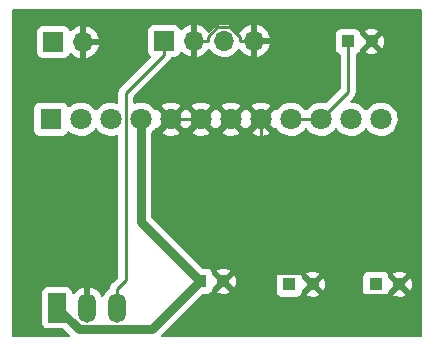
<source format=gbr>
%TF.GenerationSoftware,KiCad,Pcbnew,(6.0.5)*%
%TF.CreationDate,2023-06-19T01:03:16+02:00*%
%TF.ProjectId,PCB_Alimentacion,5043425f-416c-4696-9d65-6e746163696f,rev?*%
%TF.SameCoordinates,Original*%
%TF.FileFunction,Copper,L2,Bot*%
%TF.FilePolarity,Positive*%
%FSLAX46Y46*%
G04 Gerber Fmt 4.6, Leading zero omitted, Abs format (unit mm)*
G04 Created by KiCad (PCBNEW (6.0.5)) date 2023-06-19 01:03:16*
%MOMM*%
%LPD*%
G01*
G04 APERTURE LIST*
%TA.AperFunction,ComponentPad*%
%ADD10R,1.500000X2.500000*%
%TD*%
%TA.AperFunction,ComponentPad*%
%ADD11O,1.500000X2.500000*%
%TD*%
%TA.AperFunction,ComponentPad*%
%ADD12C,1.100000*%
%TD*%
%TA.AperFunction,ComponentPad*%
%ADD13R,1.100000X1.100000*%
%TD*%
%TA.AperFunction,ComponentPad*%
%ADD14R,1.800000X1.800000*%
%TD*%
%TA.AperFunction,ComponentPad*%
%ADD15C,1.800000*%
%TD*%
%TA.AperFunction,ComponentPad*%
%ADD16R,1.700000X1.700000*%
%TD*%
%TA.AperFunction,ComponentPad*%
%ADD17O,1.700000X1.700000*%
%TD*%
%TA.AperFunction,Conductor*%
%ADD18C,0.750000*%
%TD*%
%TA.AperFunction,Conductor*%
%ADD19C,0.250000*%
%TD*%
G04 APERTURE END LIST*
D10*
%TO.P,U1,1,Vin*%
%TO.N,PWR*%
X118967500Y-97382500D03*
D11*
%TO.P,U1,2,GND*%
%TO.N,GND*%
X121507500Y-97382500D03*
%TO.P,U1,3,Vout*%
%TO.N,PWR_Arduino*%
X124047500Y-97382500D03*
%TD*%
D12*
%TO.P,C4,N*%
%TO.N,GND*%
X145587500Y-74850000D03*
D13*
%TO.P,C4,P*%
%TO.N,PWR_Raspberry*%
X143587500Y-74850000D03*
%TD*%
D14*
%TO.P,PS1,1,CTRL*%
%TO.N,unconnected-(PS1-Pad1)*%
X118430000Y-81430000D03*
D15*
%TO.P,PS1,2,VIN*%
%TO.N,PWR*%
X120970000Y-81430000D03*
%TO.P,PS1,3,VIN*%
X123510000Y-81430000D03*
%TO.P,PS1,4,VIN*%
X126050000Y-81430000D03*
%TO.P,PS1,5,GND*%
%TO.N,GND*%
X128590000Y-81430000D03*
%TO.P,PS1,6,GND*%
X131130000Y-81430000D03*
%TO.P,PS1,7,GND*%
X133670000Y-81430000D03*
%TO.P,PS1,8,GND*%
X136210000Y-81430000D03*
%TO.P,PS1,9,+VO1*%
%TO.N,PWR_Raspberry*%
X138750000Y-81430000D03*
%TO.P,PS1,10,+VO1*%
X141290000Y-81430000D03*
%TO.P,PS1,11,+VO2*%
%TO.N,unconnected-(PS1-Pad11)*%
X143830000Y-81430000D03*
%TO.P,PS1,12,TRIM*%
%TO.N,unconnected-(PS1-Pad12)*%
X146370000Y-81430000D03*
%TD*%
D16*
%TO.P,J2,1,Pin_1*%
%TO.N,PWR_Arduino*%
X128000000Y-74800000D03*
D17*
%TO.P,J2,2,Pin_2*%
%TO.N,GND*%
X130540000Y-74800000D03*
%TO.P,J2,3,Pin_3*%
%TO.N,PWR_Raspberry*%
X133080000Y-74800000D03*
%TO.P,J2,4,Pin_4*%
%TO.N,GND*%
X135620000Y-74800000D03*
%TD*%
D12*
%TO.P,C3,N*%
%TO.N,GND*%
X147937500Y-95400000D03*
D13*
%TO.P,C3,P*%
%TO.N,PWR_Arduino*%
X145937500Y-95400000D03*
%TD*%
D12*
%TO.P,C2,N*%
%TO.N,GND*%
X140600000Y-95400000D03*
D13*
%TO.P,C2,P*%
%TO.N,PWR*%
X138600000Y-95400000D03*
%TD*%
D16*
%TO.P,J1,1,Pin_1*%
%TO.N,PWR*%
X118625000Y-74900000D03*
D17*
%TO.P,J1,2,Pin_2*%
%TO.N,GND*%
X121165000Y-74900000D03*
%TD*%
D12*
%TO.P,C1,N*%
%TO.N,GND*%
X133037500Y-95150000D03*
D13*
%TO.P,C1,P*%
%TO.N,PWR*%
X131037500Y-95150000D03*
%TD*%
D18*
%TO.N,PWR*%
X126050000Y-81430000D02*
X126050000Y-90162500D01*
X126980480Y-99207020D02*
X131037500Y-95150000D01*
X118967500Y-97382500D02*
X120792020Y-99207020D01*
X120792020Y-99207020D02*
X126980480Y-99207020D01*
X126050000Y-90162500D02*
X131037500Y-95150000D01*
D19*
%TO.N,GND*%
X130540000Y-74800000D02*
X131715300Y-74800000D01*
X133693100Y-94494400D02*
X136210000Y-94494400D01*
X136210000Y-94494400D02*
X139694400Y-94494400D01*
X134444700Y-74800000D02*
X134444700Y-74432700D01*
X132523200Y-73624700D02*
X131715300Y-74432600D01*
X135620000Y-74800000D02*
X134444700Y-74800000D01*
X128590000Y-81430000D02*
X131130000Y-81430000D01*
X147062100Y-96275400D02*
X141475400Y-96275400D01*
X133037500Y-95150000D02*
X133693100Y-94494400D01*
X131715300Y-74432600D02*
X131715300Y-74800000D01*
X147937500Y-95400000D02*
X147062100Y-96275400D01*
X139694400Y-94494400D02*
X140600000Y-95400000D01*
X133636700Y-73624700D02*
X132523200Y-73624700D01*
X134444700Y-74432700D02*
X133636700Y-73624700D01*
X141475400Y-96275400D02*
X140600000Y-95400000D01*
X136210000Y-94494400D02*
X136210000Y-81430000D01*
%TO.N,PWR_Arduino*%
X124047500Y-95807200D02*
X124780000Y-95074700D01*
X124780000Y-95074700D02*
X124780000Y-79195300D01*
X124780000Y-79195300D02*
X128000000Y-75975300D01*
X128000000Y-74800000D02*
X128000000Y-75975300D01*
X124047500Y-97382500D02*
X124047500Y-95807200D01*
%TO.N,PWR_Raspberry*%
X143587500Y-79132500D02*
X141290000Y-81430000D01*
X143587500Y-74850000D02*
X143587500Y-79132500D01*
X141290000Y-81430000D02*
X138750000Y-81430000D01*
%TD*%
%TA.AperFunction,Conductor*%
%TO.N,GND*%
G36*
X149721014Y-72124013D02*
G01*
X149735849Y-72126323D01*
X149735852Y-72126323D01*
X149744722Y-72127704D01*
X149750497Y-72126949D01*
X149816851Y-72147316D01*
X149862684Y-72201536D01*
X149871148Y-72242877D01*
X149872296Y-72242727D01*
X149876424Y-72274301D01*
X149877487Y-72290635D01*
X149877487Y-99715633D01*
X149875987Y-99735018D01*
X149872296Y-99758724D01*
X149873052Y-99764508D01*
X149852680Y-99830867D01*
X149798459Y-99876699D01*
X149757123Y-99885161D01*
X149757273Y-99886309D01*
X149725699Y-99890437D01*
X149709365Y-99891500D01*
X127849648Y-99891500D01*
X127781527Y-99871498D01*
X127735034Y-99817842D01*
X127724930Y-99747568D01*
X127754424Y-99682988D01*
X127760553Y-99676405D01*
X131191552Y-96245405D01*
X131253864Y-96211379D01*
X131280647Y-96208500D01*
X131635634Y-96208500D01*
X131697816Y-96201745D01*
X131834205Y-96150615D01*
X131950761Y-96063261D01*
X131956295Y-96055877D01*
X132496453Y-96055877D01*
X132501363Y-96062435D01*
X132606504Y-96121198D01*
X132617742Y-96126107D01*
X132803352Y-96186415D01*
X132815326Y-96189048D01*
X133009124Y-96212157D01*
X133021373Y-96212414D01*
X133215967Y-96197441D01*
X133228047Y-96195310D01*
X133416014Y-96142828D01*
X133427447Y-96138394D01*
X133570226Y-96066271D01*
X133580510Y-96056626D01*
X133578272Y-96049982D01*
X133526424Y-95998134D01*
X137541500Y-95998134D01*
X137548255Y-96060316D01*
X137599385Y-96196705D01*
X137686739Y-96313261D01*
X137803295Y-96400615D01*
X137939684Y-96451745D01*
X138001866Y-96458500D01*
X139198134Y-96458500D01*
X139260316Y-96451745D01*
X139396705Y-96400615D01*
X139513261Y-96313261D01*
X139518795Y-96305877D01*
X140058953Y-96305877D01*
X140063863Y-96312435D01*
X140169004Y-96371198D01*
X140180242Y-96376107D01*
X140365852Y-96436415D01*
X140377826Y-96439048D01*
X140571624Y-96462157D01*
X140583873Y-96462414D01*
X140778467Y-96447441D01*
X140790547Y-96445310D01*
X140978514Y-96392828D01*
X140989947Y-96388394D01*
X141132726Y-96316271D01*
X141143010Y-96306626D01*
X141140772Y-96299982D01*
X140838924Y-95998134D01*
X144879000Y-95998134D01*
X144885755Y-96060316D01*
X144936885Y-96196705D01*
X145024239Y-96313261D01*
X145140795Y-96400615D01*
X145277184Y-96451745D01*
X145339366Y-96458500D01*
X146535634Y-96458500D01*
X146597816Y-96451745D01*
X146734205Y-96400615D01*
X146850761Y-96313261D01*
X146856295Y-96305877D01*
X147396453Y-96305877D01*
X147401363Y-96312435D01*
X147506504Y-96371198D01*
X147517742Y-96376107D01*
X147703352Y-96436415D01*
X147715326Y-96439048D01*
X147909124Y-96462157D01*
X147921373Y-96462414D01*
X148115967Y-96447441D01*
X148128047Y-96445310D01*
X148316014Y-96392828D01*
X148327447Y-96388394D01*
X148470226Y-96316271D01*
X148480510Y-96306626D01*
X148478272Y-96299982D01*
X147950312Y-95772022D01*
X147936368Y-95764408D01*
X147934535Y-95764539D01*
X147927920Y-95768790D01*
X147403213Y-96293497D01*
X147396453Y-96305877D01*
X146856295Y-96305877D01*
X146938115Y-96196705D01*
X146989245Y-96060316D01*
X146990098Y-96052464D01*
X146990099Y-96052460D01*
X146993148Y-96024388D01*
X147020390Y-95958825D01*
X147030147Y-95948849D01*
X147029794Y-95948496D01*
X147565478Y-95412812D01*
X147571856Y-95401132D01*
X148301908Y-95401132D01*
X148302039Y-95402965D01*
X148306290Y-95409580D01*
X148830835Y-95934125D01*
X148843215Y-95940885D01*
X148849949Y-95935844D01*
X148905661Y-95837772D01*
X148910655Y-95826556D01*
X148972253Y-95641384D01*
X148974973Y-95629412D01*
X148999763Y-95433186D01*
X149000254Y-95426161D01*
X149000570Y-95403506D01*
X149000277Y-95396511D01*
X148980973Y-95199639D01*
X148978590Y-95187604D01*
X148922183Y-95000777D01*
X148917509Y-94989436D01*
X148853034Y-94868176D01*
X148843174Y-94858095D01*
X148836047Y-94860663D01*
X148309522Y-95387188D01*
X148301908Y-95401132D01*
X147571856Y-95401132D01*
X147573092Y-95398868D01*
X147572961Y-95397035D01*
X147568710Y-95390420D01*
X147030990Y-94852700D01*
X147034236Y-94849454D01*
X147007901Y-94823116D01*
X146993227Y-94776341D01*
X146990098Y-94747540D01*
X146989245Y-94739684D01*
X146938115Y-94603295D01*
X146856238Y-94494047D01*
X147395266Y-94494047D01*
X147397721Y-94501011D01*
X147924688Y-95027978D01*
X147938632Y-95035592D01*
X147940465Y-95035461D01*
X147947080Y-95031210D01*
X148472229Y-94506061D01*
X148478989Y-94493681D01*
X148474330Y-94487458D01*
X148354895Y-94422881D01*
X148343588Y-94418128D01*
X148157156Y-94360417D01*
X148145144Y-94357951D01*
X147951050Y-94337551D01*
X147938782Y-94337466D01*
X147744430Y-94355153D01*
X147732381Y-94357451D01*
X147545158Y-94412554D01*
X147533790Y-94417147D01*
X147405415Y-94484260D01*
X147395266Y-94494047D01*
X146856238Y-94494047D01*
X146850761Y-94486739D01*
X146734205Y-94399385D01*
X146597816Y-94348255D01*
X146535634Y-94341500D01*
X145339366Y-94341500D01*
X145277184Y-94348255D01*
X145140795Y-94399385D01*
X145024239Y-94486739D01*
X144936885Y-94603295D01*
X144885755Y-94739684D01*
X144879000Y-94801866D01*
X144879000Y-95998134D01*
X140838924Y-95998134D01*
X140612812Y-95772022D01*
X140598868Y-95764408D01*
X140597035Y-95764539D01*
X140590420Y-95768790D01*
X140065713Y-96293497D01*
X140058953Y-96305877D01*
X139518795Y-96305877D01*
X139600615Y-96196705D01*
X139651745Y-96060316D01*
X139652598Y-96052464D01*
X139652599Y-96052460D01*
X139655648Y-96024388D01*
X139682890Y-95958825D01*
X139692647Y-95948849D01*
X139692294Y-95948496D01*
X140227978Y-95412812D01*
X140234356Y-95401132D01*
X140964408Y-95401132D01*
X140964539Y-95402965D01*
X140968790Y-95409580D01*
X141493335Y-95934125D01*
X141505715Y-95940885D01*
X141512449Y-95935844D01*
X141568161Y-95837772D01*
X141573155Y-95826556D01*
X141634753Y-95641384D01*
X141637473Y-95629412D01*
X141662263Y-95433186D01*
X141662754Y-95426161D01*
X141663070Y-95403506D01*
X141662777Y-95396511D01*
X141643473Y-95199639D01*
X141641090Y-95187604D01*
X141584683Y-95000777D01*
X141580009Y-94989436D01*
X141515534Y-94868176D01*
X141505674Y-94858095D01*
X141498547Y-94860663D01*
X140972022Y-95387188D01*
X140964408Y-95401132D01*
X140234356Y-95401132D01*
X140235592Y-95398868D01*
X140235461Y-95397035D01*
X140231210Y-95390420D01*
X139693490Y-94852700D01*
X139696736Y-94849454D01*
X139670401Y-94823116D01*
X139655727Y-94776341D01*
X139652598Y-94747540D01*
X139651745Y-94739684D01*
X139600615Y-94603295D01*
X139518738Y-94494047D01*
X140057766Y-94494047D01*
X140060221Y-94501011D01*
X140587188Y-95027978D01*
X140601132Y-95035592D01*
X140602965Y-95035461D01*
X140609580Y-95031210D01*
X141134729Y-94506061D01*
X141141489Y-94493681D01*
X141136830Y-94487458D01*
X141017395Y-94422881D01*
X141006088Y-94418128D01*
X140819656Y-94360417D01*
X140807644Y-94357951D01*
X140613550Y-94337551D01*
X140601282Y-94337466D01*
X140406930Y-94355153D01*
X140394881Y-94357451D01*
X140207658Y-94412554D01*
X140196290Y-94417147D01*
X140067915Y-94484260D01*
X140057766Y-94494047D01*
X139518738Y-94494047D01*
X139513261Y-94486739D01*
X139396705Y-94399385D01*
X139260316Y-94348255D01*
X139198134Y-94341500D01*
X138001866Y-94341500D01*
X137939684Y-94348255D01*
X137803295Y-94399385D01*
X137686739Y-94486739D01*
X137599385Y-94603295D01*
X137548255Y-94739684D01*
X137541500Y-94801866D01*
X137541500Y-95998134D01*
X133526424Y-95998134D01*
X133050312Y-95522022D01*
X133036368Y-95514408D01*
X133034535Y-95514539D01*
X133027920Y-95518790D01*
X132503213Y-96043497D01*
X132496453Y-96055877D01*
X131956295Y-96055877D01*
X132038115Y-95946705D01*
X132089245Y-95810316D01*
X132090098Y-95802464D01*
X132090099Y-95802460D01*
X132093148Y-95774388D01*
X132120390Y-95708825D01*
X132130147Y-95698849D01*
X132129794Y-95698496D01*
X132665478Y-95162812D01*
X132671856Y-95151132D01*
X133401908Y-95151132D01*
X133402039Y-95152965D01*
X133406290Y-95159580D01*
X133930835Y-95684125D01*
X133943215Y-95690885D01*
X133949949Y-95685844D01*
X134005661Y-95587772D01*
X134010655Y-95576556D01*
X134072253Y-95391384D01*
X134074973Y-95379412D01*
X134099763Y-95183186D01*
X134100254Y-95176161D01*
X134100570Y-95153506D01*
X134100277Y-95146511D01*
X134080973Y-94949639D01*
X134078590Y-94937604D01*
X134022183Y-94750777D01*
X134017509Y-94739436D01*
X133953034Y-94618176D01*
X133943174Y-94608095D01*
X133936047Y-94610663D01*
X133409522Y-95137188D01*
X133401908Y-95151132D01*
X132671856Y-95151132D01*
X132673092Y-95148868D01*
X132672961Y-95147035D01*
X132668710Y-95140420D01*
X132130990Y-94602700D01*
X132134236Y-94599454D01*
X132107901Y-94573116D01*
X132093227Y-94526341D01*
X132090098Y-94497540D01*
X132089245Y-94489684D01*
X132038115Y-94353295D01*
X131956238Y-94244047D01*
X132495266Y-94244047D01*
X132497721Y-94251011D01*
X133024688Y-94777978D01*
X133038632Y-94785592D01*
X133040465Y-94785461D01*
X133047080Y-94781210D01*
X133572229Y-94256061D01*
X133578989Y-94243681D01*
X133574330Y-94237458D01*
X133454895Y-94172881D01*
X133443588Y-94168128D01*
X133257156Y-94110417D01*
X133245144Y-94107951D01*
X133051050Y-94087551D01*
X133038782Y-94087466D01*
X132844430Y-94105153D01*
X132832381Y-94107451D01*
X132645158Y-94162554D01*
X132633790Y-94167147D01*
X132505415Y-94234260D01*
X132495266Y-94244047D01*
X131956238Y-94244047D01*
X131950761Y-94236739D01*
X131834205Y-94149385D01*
X131697816Y-94098255D01*
X131635634Y-94091500D01*
X131280648Y-94091500D01*
X131212527Y-94071498D01*
X131191553Y-94054595D01*
X126970405Y-89833447D01*
X126936379Y-89771135D01*
X126933500Y-89744352D01*
X126933500Y-82591406D01*
X127793423Y-82591406D01*
X127798704Y-82598461D01*
X127975080Y-82701527D01*
X127984363Y-82705974D01*
X128191003Y-82784883D01*
X128200901Y-82787759D01*
X128417653Y-82831857D01*
X128427883Y-82833076D01*
X128648914Y-82841182D01*
X128659223Y-82840714D01*
X128878623Y-82812608D01*
X128888688Y-82810468D01*
X129100557Y-82746905D01*
X129110152Y-82743144D01*
X129308778Y-82645838D01*
X129317636Y-82640559D01*
X129375097Y-82599572D01*
X129381509Y-82591406D01*
X130333423Y-82591406D01*
X130338704Y-82598461D01*
X130515080Y-82701527D01*
X130524363Y-82705974D01*
X130731003Y-82784883D01*
X130740901Y-82787759D01*
X130957653Y-82831857D01*
X130967883Y-82833076D01*
X131188914Y-82841182D01*
X131199223Y-82840714D01*
X131418623Y-82812608D01*
X131428688Y-82810468D01*
X131640557Y-82746905D01*
X131650152Y-82743144D01*
X131848778Y-82645838D01*
X131857636Y-82640559D01*
X131915097Y-82599572D01*
X131921509Y-82591406D01*
X132873423Y-82591406D01*
X132878704Y-82598461D01*
X133055080Y-82701527D01*
X133064363Y-82705974D01*
X133271003Y-82784883D01*
X133280901Y-82787759D01*
X133497653Y-82831857D01*
X133507883Y-82833076D01*
X133728914Y-82841182D01*
X133739223Y-82840714D01*
X133958623Y-82812608D01*
X133968688Y-82810468D01*
X134180557Y-82746905D01*
X134190152Y-82743144D01*
X134388778Y-82645838D01*
X134397636Y-82640559D01*
X134455097Y-82599572D01*
X134461509Y-82591406D01*
X135413423Y-82591406D01*
X135418704Y-82598461D01*
X135595080Y-82701527D01*
X135604363Y-82705974D01*
X135811003Y-82784883D01*
X135820901Y-82787759D01*
X136037653Y-82831857D01*
X136047883Y-82833076D01*
X136268914Y-82841182D01*
X136279223Y-82840714D01*
X136498623Y-82812608D01*
X136508688Y-82810468D01*
X136720557Y-82746905D01*
X136730152Y-82743144D01*
X136928778Y-82645838D01*
X136937636Y-82640559D01*
X136995097Y-82599572D01*
X137003497Y-82588874D01*
X136996510Y-82575721D01*
X136222811Y-81802021D01*
X136208868Y-81794408D01*
X136207034Y-81794539D01*
X136200420Y-81798790D01*
X135420180Y-82579031D01*
X135413423Y-82591406D01*
X134461509Y-82591406D01*
X134463497Y-82588874D01*
X134456510Y-82575721D01*
X133682811Y-81802021D01*
X133668868Y-81794408D01*
X133667034Y-81794539D01*
X133660420Y-81798790D01*
X132880180Y-82579031D01*
X132873423Y-82591406D01*
X131921509Y-82591406D01*
X131923497Y-82588874D01*
X131916510Y-82575721D01*
X131142811Y-81802021D01*
X131128868Y-81794408D01*
X131127034Y-81794539D01*
X131120420Y-81798790D01*
X130340180Y-82579031D01*
X130333423Y-82591406D01*
X129381509Y-82591406D01*
X129383497Y-82588874D01*
X129376510Y-82575721D01*
X128602811Y-81802021D01*
X128588868Y-81794408D01*
X128587034Y-81794539D01*
X128580420Y-81798790D01*
X127800180Y-82579031D01*
X127793423Y-82591406D01*
X126933500Y-82591406D01*
X126933500Y-82590457D01*
X126953502Y-82522336D01*
X126970560Y-82501206D01*
X127024238Y-82447715D01*
X127126303Y-82346005D01*
X127217275Y-82219404D01*
X127273270Y-82175756D01*
X127343973Y-82169310D01*
X127406938Y-82202113D01*
X127412142Y-82208584D01*
X127430553Y-82225242D01*
X127439331Y-82221458D01*
X128217979Y-81442811D01*
X128224356Y-81431132D01*
X128954408Y-81431132D01*
X128954539Y-81432966D01*
X128958790Y-81439580D01*
X129736307Y-82217096D01*
X129748313Y-82223652D01*
X129774948Y-82203304D01*
X129775734Y-82204333D01*
X129812987Y-82175294D01*
X129883690Y-82168848D01*
X129946655Y-82201651D01*
X129952468Y-82208879D01*
X129970553Y-82225242D01*
X129979331Y-82221458D01*
X130757979Y-81442811D01*
X130764356Y-81431132D01*
X131494408Y-81431132D01*
X131494539Y-81432966D01*
X131498790Y-81439580D01*
X132276307Y-82217096D01*
X132288313Y-82223652D01*
X132314948Y-82203304D01*
X132315734Y-82204333D01*
X132352987Y-82175294D01*
X132423690Y-82168848D01*
X132486655Y-82201651D01*
X132492468Y-82208879D01*
X132510553Y-82225242D01*
X132519331Y-82221458D01*
X133297979Y-81442811D01*
X133304356Y-81431132D01*
X134034408Y-81431132D01*
X134034539Y-81432966D01*
X134038790Y-81439580D01*
X134816307Y-82217096D01*
X134828313Y-82223652D01*
X134854948Y-82203304D01*
X134855734Y-82204333D01*
X134892987Y-82175294D01*
X134963690Y-82168848D01*
X135026655Y-82201651D01*
X135032468Y-82208879D01*
X135050553Y-82225242D01*
X135059331Y-82221458D01*
X135837979Y-81442811D01*
X135844356Y-81431132D01*
X136574408Y-81431132D01*
X136574539Y-81432966D01*
X136578790Y-81439580D01*
X137356307Y-82217096D01*
X137368313Y-82223652D01*
X137394948Y-82203304D01*
X137395827Y-82204454D01*
X137432672Y-82175734D01*
X137503376Y-82169289D01*
X137566340Y-82202092D01*
X137586432Y-82227074D01*
X137606800Y-82260313D01*
X137606806Y-82260321D01*
X137609501Y-82264719D01*
X137761147Y-82439784D01*
X137939349Y-82587730D01*
X138139322Y-82704584D01*
X138355694Y-82787209D01*
X138360760Y-82788240D01*
X138360761Y-82788240D01*
X138398520Y-82795922D01*
X138582656Y-82833385D01*
X138712089Y-82838131D01*
X138808949Y-82841683D01*
X138808953Y-82841683D01*
X138814113Y-82841872D01*
X138819233Y-82841216D01*
X138819235Y-82841216D01*
X138893166Y-82831745D01*
X139043847Y-82812442D01*
X139048795Y-82810957D01*
X139048802Y-82810956D01*
X139260747Y-82747369D01*
X139265690Y-82745886D01*
X139347161Y-82705974D01*
X139469049Y-82646262D01*
X139469052Y-82646260D01*
X139473684Y-82643991D01*
X139662243Y-82509494D01*
X139826303Y-82346005D01*
X139829319Y-82341808D01*
X139829326Y-82341800D01*
X139916960Y-82219844D01*
X139972954Y-82176196D01*
X140043658Y-82169750D01*
X140106622Y-82202553D01*
X140126715Y-82227536D01*
X140146800Y-82260313D01*
X140146806Y-82260321D01*
X140149501Y-82264719D01*
X140301147Y-82439784D01*
X140479349Y-82587730D01*
X140679322Y-82704584D01*
X140895694Y-82787209D01*
X140900760Y-82788240D01*
X140900761Y-82788240D01*
X140938520Y-82795922D01*
X141122656Y-82833385D01*
X141252089Y-82838131D01*
X141348949Y-82841683D01*
X141348953Y-82841683D01*
X141354113Y-82841872D01*
X141359233Y-82841216D01*
X141359235Y-82841216D01*
X141433166Y-82831745D01*
X141583847Y-82812442D01*
X141588795Y-82810957D01*
X141588802Y-82810956D01*
X141800747Y-82747369D01*
X141805690Y-82745886D01*
X141887161Y-82705974D01*
X142009049Y-82646262D01*
X142009052Y-82646260D01*
X142013684Y-82643991D01*
X142202243Y-82509494D01*
X142366303Y-82346005D01*
X142369319Y-82341808D01*
X142369326Y-82341800D01*
X142456960Y-82219844D01*
X142512954Y-82176196D01*
X142583658Y-82169750D01*
X142646622Y-82202553D01*
X142666715Y-82227536D01*
X142686800Y-82260313D01*
X142686806Y-82260321D01*
X142689501Y-82264719D01*
X142841147Y-82439784D01*
X143019349Y-82587730D01*
X143219322Y-82704584D01*
X143435694Y-82787209D01*
X143440760Y-82788240D01*
X143440761Y-82788240D01*
X143478520Y-82795922D01*
X143662656Y-82833385D01*
X143792089Y-82838131D01*
X143888949Y-82841683D01*
X143888953Y-82841683D01*
X143894113Y-82841872D01*
X143899233Y-82841216D01*
X143899235Y-82841216D01*
X143973166Y-82831745D01*
X144123847Y-82812442D01*
X144128795Y-82810957D01*
X144128802Y-82810956D01*
X144340747Y-82747369D01*
X144345690Y-82745886D01*
X144427161Y-82705974D01*
X144549049Y-82646262D01*
X144549052Y-82646260D01*
X144553684Y-82643991D01*
X144742243Y-82509494D01*
X144906303Y-82346005D01*
X144909319Y-82341808D01*
X144909326Y-82341800D01*
X144996960Y-82219844D01*
X145052954Y-82176196D01*
X145123658Y-82169750D01*
X145186622Y-82202553D01*
X145206715Y-82227536D01*
X145226800Y-82260313D01*
X145226806Y-82260321D01*
X145229501Y-82264719D01*
X145381147Y-82439784D01*
X145559349Y-82587730D01*
X145759322Y-82704584D01*
X145975694Y-82787209D01*
X145980760Y-82788240D01*
X145980761Y-82788240D01*
X146018520Y-82795922D01*
X146202656Y-82833385D01*
X146332089Y-82838131D01*
X146428949Y-82841683D01*
X146428953Y-82841683D01*
X146434113Y-82841872D01*
X146439233Y-82841216D01*
X146439235Y-82841216D01*
X146513166Y-82831745D01*
X146663847Y-82812442D01*
X146668795Y-82810957D01*
X146668802Y-82810956D01*
X146880747Y-82747369D01*
X146885690Y-82745886D01*
X146967161Y-82705974D01*
X147089049Y-82646262D01*
X147089052Y-82646260D01*
X147093684Y-82643991D01*
X147282243Y-82509494D01*
X147446303Y-82346005D01*
X147581458Y-82157917D01*
X147684078Y-81950280D01*
X147751408Y-81728671D01*
X147781640Y-81499041D01*
X147783327Y-81430000D01*
X147777032Y-81353434D01*
X147764773Y-81204318D01*
X147764772Y-81204312D01*
X147764349Y-81199167D01*
X147730797Y-81065592D01*
X147709184Y-80979544D01*
X147709183Y-80979540D01*
X147707925Y-80974533D01*
X147693771Y-80941981D01*
X147617630Y-80766868D01*
X147617628Y-80766865D01*
X147615570Y-80762131D01*
X147489764Y-80567665D01*
X147333887Y-80396358D01*
X147329836Y-80393159D01*
X147329832Y-80393155D01*
X147156177Y-80256011D01*
X147156172Y-80256008D01*
X147152123Y-80252810D01*
X147147607Y-80250317D01*
X147147604Y-80250315D01*
X146953879Y-80143373D01*
X146953875Y-80143371D01*
X146949355Y-80140876D01*
X146944486Y-80139152D01*
X146944482Y-80139150D01*
X146735903Y-80065288D01*
X146735899Y-80065287D01*
X146731028Y-80063562D01*
X146725935Y-80062655D01*
X146725932Y-80062654D01*
X146508095Y-80023851D01*
X146508089Y-80023850D01*
X146503006Y-80022945D01*
X146430096Y-80022054D01*
X146276581Y-80020179D01*
X146276579Y-80020179D01*
X146271411Y-80020116D01*
X146042464Y-80055150D01*
X145822314Y-80127106D01*
X145817726Y-80129494D01*
X145817722Y-80129496D01*
X145621461Y-80231663D01*
X145616872Y-80234052D01*
X145612739Y-80237155D01*
X145612736Y-80237157D01*
X145540088Y-80291703D01*
X145431655Y-80373117D01*
X145271639Y-80540564D01*
X145204306Y-80639271D01*
X145149397Y-80684271D01*
X145078872Y-80692442D01*
X145015125Y-80661188D01*
X144994428Y-80636705D01*
X144952571Y-80572004D01*
X144949764Y-80567665D01*
X144793887Y-80396358D01*
X144789836Y-80393159D01*
X144789832Y-80393155D01*
X144616177Y-80256011D01*
X144616172Y-80256008D01*
X144612123Y-80252810D01*
X144607607Y-80250317D01*
X144607604Y-80250315D01*
X144413879Y-80143373D01*
X144413875Y-80143371D01*
X144409355Y-80140876D01*
X144404486Y-80139152D01*
X144404482Y-80139150D01*
X144195903Y-80065288D01*
X144195899Y-80065287D01*
X144191028Y-80063562D01*
X144185935Y-80062655D01*
X144185932Y-80062654D01*
X143968095Y-80023851D01*
X143968089Y-80023850D01*
X143963006Y-80022945D01*
X143896414Y-80022132D01*
X143828543Y-80001299D01*
X143782709Y-79947080D01*
X143773464Y-79876688D01*
X143803743Y-79812472D01*
X143808858Y-79807046D01*
X143979747Y-79636157D01*
X143988037Y-79628613D01*
X143994518Y-79624500D01*
X144041159Y-79574832D01*
X144043913Y-79571991D01*
X144063635Y-79552269D01*
X144066112Y-79549076D01*
X144073817Y-79540055D01*
X144098659Y-79513600D01*
X144104086Y-79507821D01*
X144107907Y-79500871D01*
X144113846Y-79490068D01*
X144124702Y-79473541D01*
X144132257Y-79463802D01*
X144132258Y-79463800D01*
X144137114Y-79457540D01*
X144154674Y-79416960D01*
X144159891Y-79406312D01*
X144177375Y-79374509D01*
X144177376Y-79374507D01*
X144181195Y-79367560D01*
X144186233Y-79347937D01*
X144192637Y-79329234D01*
X144197533Y-79317920D01*
X144197533Y-79317919D01*
X144200681Y-79310645D01*
X144201920Y-79302822D01*
X144201923Y-79302812D01*
X144207599Y-79266976D01*
X144210005Y-79255356D01*
X144219028Y-79220211D01*
X144219028Y-79220210D01*
X144221000Y-79212530D01*
X144221000Y-79192276D01*
X144222551Y-79172565D01*
X144224480Y-79160386D01*
X144225720Y-79152557D01*
X144221559Y-79108538D01*
X144221000Y-79096681D01*
X144221000Y-75999126D01*
X144241002Y-75931005D01*
X144294658Y-75884512D01*
X144302770Y-75881144D01*
X144375797Y-75853767D01*
X144384205Y-75850615D01*
X144500761Y-75763261D01*
X144506295Y-75755877D01*
X145046453Y-75755877D01*
X145051363Y-75762435D01*
X145156504Y-75821198D01*
X145167742Y-75826107D01*
X145353352Y-75886415D01*
X145365326Y-75889048D01*
X145559124Y-75912157D01*
X145571373Y-75912414D01*
X145765967Y-75897441D01*
X145778047Y-75895310D01*
X145966014Y-75842828D01*
X145977447Y-75838394D01*
X146120226Y-75766271D01*
X146130510Y-75756626D01*
X146128272Y-75749982D01*
X145600312Y-75222022D01*
X145586368Y-75214408D01*
X145584535Y-75214539D01*
X145577920Y-75218790D01*
X145053213Y-75743497D01*
X145046453Y-75755877D01*
X144506295Y-75755877D01*
X144588115Y-75646705D01*
X144639245Y-75510316D01*
X144640098Y-75502464D01*
X144640099Y-75502460D01*
X144643148Y-75474388D01*
X144670390Y-75408825D01*
X144680147Y-75398849D01*
X144679794Y-75398496D01*
X145215478Y-74862812D01*
X145221856Y-74851132D01*
X145951908Y-74851132D01*
X145952039Y-74852965D01*
X145956290Y-74859580D01*
X146480835Y-75384125D01*
X146493215Y-75390885D01*
X146499949Y-75385844D01*
X146555661Y-75287772D01*
X146560655Y-75276556D01*
X146622253Y-75091384D01*
X146624973Y-75079412D01*
X146649763Y-74883186D01*
X146650254Y-74876161D01*
X146650570Y-74853506D01*
X146650277Y-74846511D01*
X146630973Y-74649639D01*
X146628590Y-74637604D01*
X146572183Y-74450777D01*
X146567509Y-74439436D01*
X146503034Y-74318176D01*
X146493174Y-74308095D01*
X146486047Y-74310663D01*
X145959522Y-74837188D01*
X145951908Y-74851132D01*
X145221856Y-74851132D01*
X145223092Y-74848868D01*
X145222961Y-74847035D01*
X145218710Y-74840420D01*
X144680990Y-74302700D01*
X144684236Y-74299454D01*
X144657901Y-74273116D01*
X144643227Y-74226341D01*
X144640098Y-74197540D01*
X144639245Y-74189684D01*
X144588115Y-74053295D01*
X144506238Y-73944047D01*
X145045266Y-73944047D01*
X145047721Y-73951011D01*
X145574688Y-74477978D01*
X145588632Y-74485592D01*
X145590465Y-74485461D01*
X145597080Y-74481210D01*
X146122229Y-73956061D01*
X146128989Y-73943681D01*
X146124330Y-73937458D01*
X146004895Y-73872881D01*
X145993588Y-73868128D01*
X145807156Y-73810417D01*
X145795144Y-73807951D01*
X145601050Y-73787551D01*
X145588782Y-73787466D01*
X145394430Y-73805153D01*
X145382381Y-73807451D01*
X145195158Y-73862554D01*
X145183790Y-73867147D01*
X145055415Y-73934260D01*
X145045266Y-73944047D01*
X144506238Y-73944047D01*
X144500761Y-73936739D01*
X144384205Y-73849385D01*
X144247816Y-73798255D01*
X144185634Y-73791500D01*
X142989366Y-73791500D01*
X142927184Y-73798255D01*
X142790795Y-73849385D01*
X142674239Y-73936739D01*
X142586885Y-74053295D01*
X142535755Y-74189684D01*
X142529000Y-74251866D01*
X142529000Y-75448134D01*
X142535755Y-75510316D01*
X142586885Y-75646705D01*
X142674239Y-75763261D01*
X142790795Y-75850615D01*
X142799203Y-75853767D01*
X142872230Y-75881144D01*
X142928994Y-75923786D01*
X142953694Y-75990348D01*
X142954000Y-75999126D01*
X142954000Y-78817906D01*
X142933998Y-78886027D01*
X142917095Y-78907001D01*
X141788112Y-80035983D01*
X141725800Y-80070009D01*
X141661087Y-80065924D01*
X141660906Y-80066610D01*
X141657437Y-80065694D01*
X141656967Y-80065664D01*
X141655914Y-80065291D01*
X141655900Y-80065287D01*
X141651028Y-80063562D01*
X141645935Y-80062655D01*
X141645932Y-80062654D01*
X141428095Y-80023851D01*
X141428089Y-80023850D01*
X141423006Y-80022945D01*
X141350096Y-80022054D01*
X141196581Y-80020179D01*
X141196579Y-80020179D01*
X141191411Y-80020116D01*
X140962464Y-80055150D01*
X140742314Y-80127106D01*
X140737726Y-80129494D01*
X140737722Y-80129496D01*
X140541461Y-80231663D01*
X140536872Y-80234052D01*
X140532739Y-80237155D01*
X140532736Y-80237157D01*
X140460088Y-80291703D01*
X140351655Y-80373117D01*
X140191639Y-80540564D01*
X140124306Y-80639271D01*
X140069397Y-80684271D01*
X139998872Y-80692442D01*
X139935125Y-80661188D01*
X139914428Y-80636705D01*
X139872571Y-80572004D01*
X139869764Y-80567665D01*
X139713887Y-80396358D01*
X139709836Y-80393159D01*
X139709832Y-80393155D01*
X139536177Y-80256011D01*
X139536172Y-80256008D01*
X139532123Y-80252810D01*
X139527607Y-80250317D01*
X139527604Y-80250315D01*
X139333879Y-80143373D01*
X139333875Y-80143371D01*
X139329355Y-80140876D01*
X139324486Y-80139152D01*
X139324482Y-80139150D01*
X139115903Y-80065288D01*
X139115899Y-80065287D01*
X139111028Y-80063562D01*
X139105935Y-80062655D01*
X139105932Y-80062654D01*
X138888095Y-80023851D01*
X138888089Y-80023850D01*
X138883006Y-80022945D01*
X138810096Y-80022054D01*
X138656581Y-80020179D01*
X138656579Y-80020179D01*
X138651411Y-80020116D01*
X138422464Y-80055150D01*
X138202314Y-80127106D01*
X138197726Y-80129494D01*
X138197722Y-80129496D01*
X138001461Y-80231663D01*
X137996872Y-80234052D01*
X137992739Y-80237155D01*
X137992736Y-80237157D01*
X137920088Y-80291703D01*
X137811655Y-80373117D01*
X137651639Y-80540564D01*
X137648730Y-80544829D01*
X137648728Y-80544832D01*
X137584002Y-80639716D01*
X137529090Y-80684718D01*
X137458565Y-80692889D01*
X137394819Y-80661634D01*
X137384979Y-80649994D01*
X137368538Y-80635835D01*
X137358973Y-80640238D01*
X136582021Y-81417189D01*
X136574408Y-81431132D01*
X135844356Y-81431132D01*
X135845592Y-81428868D01*
X135845461Y-81427034D01*
X135841210Y-81420420D01*
X135063862Y-80643073D01*
X135052330Y-80636776D01*
X135024674Y-80658444D01*
X135023628Y-80657109D01*
X134989380Y-80685175D01*
X134918855Y-80693344D01*
X134855109Y-80662087D01*
X134844642Y-80649704D01*
X134828538Y-80635835D01*
X134818973Y-80640238D01*
X134042021Y-81417189D01*
X134034408Y-81431132D01*
X133304356Y-81431132D01*
X133305592Y-81428868D01*
X133305461Y-81427034D01*
X133301210Y-81420420D01*
X132523862Y-80643073D01*
X132512330Y-80636776D01*
X132484674Y-80658444D01*
X132483628Y-80657109D01*
X132449380Y-80685175D01*
X132378855Y-80693344D01*
X132315109Y-80662087D01*
X132304642Y-80649704D01*
X132288538Y-80635835D01*
X132278973Y-80640238D01*
X131502021Y-81417189D01*
X131494408Y-81431132D01*
X130764356Y-81431132D01*
X130765592Y-81428868D01*
X130765461Y-81427034D01*
X130761210Y-81420420D01*
X129983862Y-80643073D01*
X129972330Y-80636776D01*
X129944674Y-80658444D01*
X129943628Y-80657109D01*
X129909380Y-80685175D01*
X129838855Y-80693344D01*
X129775109Y-80662087D01*
X129764642Y-80649704D01*
X129748538Y-80635835D01*
X129738973Y-80640238D01*
X128962021Y-81417189D01*
X128954408Y-81431132D01*
X128224356Y-81431132D01*
X128225592Y-81428868D01*
X128225461Y-81427034D01*
X128221210Y-81420420D01*
X127443862Y-80643073D01*
X127432330Y-80636776D01*
X127404674Y-80658444D01*
X127403534Y-80656989D01*
X127369695Y-80684724D01*
X127299171Y-80692898D01*
X127235422Y-80661646D01*
X127214722Y-80637159D01*
X127172575Y-80572009D01*
X127172570Y-80572003D01*
X127169764Y-80567665D01*
X127013887Y-80396358D01*
X127009836Y-80393159D01*
X127009832Y-80393155D01*
X126854790Y-80270711D01*
X127795508Y-80270711D01*
X127802251Y-80283040D01*
X128577189Y-81057979D01*
X128591132Y-81065592D01*
X128592966Y-81065461D01*
X128599580Y-81061210D01*
X129378994Y-80281795D01*
X129385046Y-80270711D01*
X130335508Y-80270711D01*
X130342251Y-80283040D01*
X131117189Y-81057979D01*
X131131132Y-81065592D01*
X131132966Y-81065461D01*
X131139580Y-81061210D01*
X131918994Y-80281795D01*
X131925046Y-80270711D01*
X132875508Y-80270711D01*
X132882251Y-80283040D01*
X133657189Y-81057979D01*
X133671132Y-81065592D01*
X133672966Y-81065461D01*
X133679580Y-81061210D01*
X134458994Y-80281795D01*
X134465046Y-80270711D01*
X135415508Y-80270711D01*
X135422251Y-80283040D01*
X136197189Y-81057979D01*
X136211132Y-81065592D01*
X136212966Y-81065461D01*
X136219580Y-81061210D01*
X136998994Y-80281795D01*
X137006011Y-80268944D01*
X136998237Y-80258274D01*
X136995902Y-80256430D01*
X136987320Y-80250729D01*
X136793678Y-80143833D01*
X136784272Y-80139606D01*
X136575772Y-80065772D01*
X136565809Y-80063140D01*
X136348047Y-80024350D01*
X136337796Y-80023381D01*
X136116616Y-80020679D01*
X136106332Y-80021399D01*
X135887693Y-80054855D01*
X135877666Y-80057244D01*
X135667426Y-80125961D01*
X135657916Y-80129958D01*
X135461725Y-80232089D01*
X135453007Y-80237578D01*
X135423961Y-80259386D01*
X135415508Y-80270711D01*
X134465046Y-80270711D01*
X134466011Y-80268944D01*
X134458237Y-80258274D01*
X134455902Y-80256430D01*
X134447320Y-80250729D01*
X134253678Y-80143833D01*
X134244272Y-80139606D01*
X134035772Y-80065772D01*
X134025809Y-80063140D01*
X133808047Y-80024350D01*
X133797796Y-80023381D01*
X133576616Y-80020679D01*
X133566332Y-80021399D01*
X133347693Y-80054855D01*
X133337666Y-80057244D01*
X133127426Y-80125961D01*
X133117916Y-80129958D01*
X132921725Y-80232089D01*
X132913007Y-80237578D01*
X132883961Y-80259386D01*
X132875508Y-80270711D01*
X131925046Y-80270711D01*
X131926011Y-80268944D01*
X131918237Y-80258274D01*
X131915902Y-80256430D01*
X131907320Y-80250729D01*
X131713678Y-80143833D01*
X131704272Y-80139606D01*
X131495772Y-80065772D01*
X131485809Y-80063140D01*
X131268047Y-80024350D01*
X131257796Y-80023381D01*
X131036616Y-80020679D01*
X131026332Y-80021399D01*
X130807693Y-80054855D01*
X130797666Y-80057244D01*
X130587426Y-80125961D01*
X130577916Y-80129958D01*
X130381725Y-80232089D01*
X130373007Y-80237578D01*
X130343961Y-80259386D01*
X130335508Y-80270711D01*
X129385046Y-80270711D01*
X129386011Y-80268944D01*
X129378237Y-80258274D01*
X129375902Y-80256430D01*
X129367320Y-80250729D01*
X129173678Y-80143833D01*
X129164272Y-80139606D01*
X128955772Y-80065772D01*
X128945809Y-80063140D01*
X128728047Y-80024350D01*
X128717796Y-80023381D01*
X128496616Y-80020679D01*
X128486332Y-80021399D01*
X128267693Y-80054855D01*
X128257666Y-80057244D01*
X128047426Y-80125961D01*
X128037916Y-80129958D01*
X127841725Y-80232089D01*
X127833007Y-80237578D01*
X127803961Y-80259386D01*
X127795508Y-80270711D01*
X126854790Y-80270711D01*
X126836177Y-80256011D01*
X126836172Y-80256008D01*
X126832123Y-80252810D01*
X126827607Y-80250317D01*
X126827604Y-80250315D01*
X126633879Y-80143373D01*
X126633875Y-80143371D01*
X126629355Y-80140876D01*
X126624486Y-80139152D01*
X126624482Y-80139150D01*
X126415903Y-80065288D01*
X126415899Y-80065287D01*
X126411028Y-80063562D01*
X126405935Y-80062655D01*
X126405932Y-80062654D01*
X126188095Y-80023851D01*
X126188089Y-80023850D01*
X126183006Y-80022945D01*
X126110096Y-80022054D01*
X125956581Y-80020179D01*
X125956579Y-80020179D01*
X125951411Y-80020116D01*
X125722464Y-80055150D01*
X125619520Y-80088797D01*
X125578645Y-80102157D01*
X125507681Y-80104308D01*
X125446819Y-80067752D01*
X125415383Y-80004094D01*
X125413500Y-79982392D01*
X125413500Y-79509894D01*
X125433502Y-79441773D01*
X125450405Y-79420799D01*
X128392247Y-76478957D01*
X128400537Y-76471413D01*
X128407018Y-76467300D01*
X128453659Y-76417632D01*
X128456413Y-76414791D01*
X128476135Y-76395069D01*
X128478612Y-76391876D01*
X128486317Y-76382855D01*
X128511159Y-76356400D01*
X128516586Y-76350621D01*
X128520407Y-76343671D01*
X128526346Y-76332868D01*
X128537202Y-76316341D01*
X128544757Y-76306602D01*
X128544758Y-76306600D01*
X128549614Y-76300340D01*
X128567174Y-76259760D01*
X128572391Y-76249111D01*
X128582133Y-76231392D01*
X128586308Y-76223797D01*
X128636654Y-76173740D01*
X128696722Y-76158500D01*
X128898134Y-76158500D01*
X128960316Y-76151745D01*
X129096705Y-76100615D01*
X129213261Y-76013261D01*
X129300615Y-75896705D01*
X129328589Y-75822084D01*
X129344798Y-75778848D01*
X129387440Y-75722084D01*
X129454001Y-75697384D01*
X129523350Y-75712592D01*
X129558017Y-75740580D01*
X129583218Y-75769673D01*
X129590580Y-75776883D01*
X129754434Y-75912916D01*
X129762881Y-75918831D01*
X129946756Y-76026279D01*
X129956042Y-76030729D01*
X130155001Y-76106703D01*
X130164899Y-76109579D01*
X130268250Y-76130606D01*
X130282299Y-76129410D01*
X130286000Y-76119065D01*
X130286000Y-76118517D01*
X130794000Y-76118517D01*
X130798064Y-76132359D01*
X130811478Y-76134393D01*
X130818184Y-76133534D01*
X130828262Y-76131392D01*
X131032255Y-76070191D01*
X131041842Y-76066433D01*
X131233095Y-75972739D01*
X131241945Y-75967464D01*
X131415328Y-75843792D01*
X131423200Y-75837139D01*
X131574052Y-75686812D01*
X131580730Y-75678965D01*
X131708022Y-75501819D01*
X131709279Y-75502722D01*
X131756373Y-75459362D01*
X131826311Y-75447145D01*
X131891751Y-75474678D01*
X131919579Y-75506511D01*
X131979987Y-75605088D01*
X132126250Y-75773938D01*
X132298126Y-75916632D01*
X132491000Y-76029338D01*
X132699692Y-76109030D01*
X132704760Y-76110061D01*
X132704763Y-76110062D01*
X132759494Y-76121197D01*
X132918597Y-76153567D01*
X132923772Y-76153757D01*
X132923774Y-76153757D01*
X133136673Y-76161564D01*
X133136677Y-76161564D01*
X133141837Y-76161753D01*
X133146957Y-76161097D01*
X133146959Y-76161097D01*
X133358288Y-76134025D01*
X133358289Y-76134025D01*
X133363416Y-76133368D01*
X133368366Y-76131883D01*
X133572429Y-76070661D01*
X133572434Y-76070659D01*
X133577384Y-76069174D01*
X133777994Y-75970896D01*
X133959860Y-75841173D01*
X134118096Y-75683489D01*
X134248453Y-75502077D01*
X134249640Y-75502930D01*
X134296960Y-75459362D01*
X134366897Y-75447145D01*
X134432338Y-75474678D01*
X134460166Y-75506511D01*
X134517694Y-75600388D01*
X134523777Y-75608699D01*
X134663213Y-75769667D01*
X134670580Y-75776883D01*
X134834434Y-75912916D01*
X134842881Y-75918831D01*
X135026756Y-76026279D01*
X135036042Y-76030729D01*
X135235001Y-76106703D01*
X135244899Y-76109579D01*
X135348250Y-76130606D01*
X135362299Y-76129410D01*
X135366000Y-76119065D01*
X135366000Y-76118517D01*
X135874000Y-76118517D01*
X135878064Y-76132359D01*
X135891478Y-76134393D01*
X135898184Y-76133534D01*
X135908262Y-76131392D01*
X136112255Y-76070191D01*
X136121842Y-76066433D01*
X136313095Y-75972739D01*
X136321945Y-75967464D01*
X136495328Y-75843792D01*
X136503200Y-75837139D01*
X136654052Y-75686812D01*
X136660730Y-75678965D01*
X136785003Y-75506020D01*
X136790313Y-75497183D01*
X136884670Y-75306267D01*
X136888469Y-75296672D01*
X136950377Y-75092910D01*
X136952555Y-75082837D01*
X136953986Y-75071962D01*
X136951775Y-75057778D01*
X136938617Y-75054000D01*
X135892115Y-75054000D01*
X135876876Y-75058475D01*
X135875671Y-75059865D01*
X135874000Y-75067548D01*
X135874000Y-76118517D01*
X135366000Y-76118517D01*
X135366000Y-74527885D01*
X135874000Y-74527885D01*
X135878475Y-74543124D01*
X135879865Y-74544329D01*
X135887548Y-74546000D01*
X136938344Y-74546000D01*
X136951875Y-74542027D01*
X136953180Y-74532947D01*
X136911214Y-74365875D01*
X136907894Y-74356124D01*
X136822972Y-74160814D01*
X136818105Y-74151739D01*
X136702426Y-73972926D01*
X136696136Y-73964757D01*
X136552806Y-73807240D01*
X136545273Y-73800215D01*
X136378139Y-73668222D01*
X136369552Y-73662517D01*
X136183117Y-73559599D01*
X136173705Y-73555369D01*
X135972959Y-73484280D01*
X135962988Y-73481646D01*
X135891837Y-73468972D01*
X135878540Y-73470432D01*
X135874000Y-73484989D01*
X135874000Y-74527885D01*
X135366000Y-74527885D01*
X135366000Y-73483102D01*
X135362082Y-73469758D01*
X135347806Y-73467771D01*
X135309324Y-73473660D01*
X135299288Y-73476051D01*
X135096868Y-73542212D01*
X135087359Y-73546209D01*
X134898463Y-73644542D01*
X134889738Y-73650036D01*
X134719433Y-73777905D01*
X134711726Y-73784748D01*
X134564590Y-73938717D01*
X134558109Y-73946722D01*
X134453498Y-74100074D01*
X134398587Y-74145076D01*
X134328062Y-74153247D01*
X134264315Y-74121993D01*
X134243618Y-74097509D01*
X134162822Y-73972617D01*
X134162820Y-73972614D01*
X134160014Y-73968277D01*
X134009670Y-73803051D01*
X134005619Y-73799852D01*
X134005615Y-73799848D01*
X133838414Y-73667800D01*
X133838410Y-73667798D01*
X133834359Y-73664598D01*
X133825304Y-73659599D01*
X133716225Y-73599385D01*
X133638789Y-73556638D01*
X133633920Y-73554914D01*
X133633916Y-73554912D01*
X133433087Y-73483795D01*
X133433083Y-73483794D01*
X133428212Y-73482069D01*
X133423119Y-73481162D01*
X133423116Y-73481161D01*
X133213373Y-73443800D01*
X133213367Y-73443799D01*
X133208284Y-73442894D01*
X133134452Y-73441992D01*
X132990081Y-73440228D01*
X132990079Y-73440228D01*
X132984911Y-73440165D01*
X132764091Y-73473955D01*
X132551756Y-73543357D01*
X132493545Y-73573660D01*
X132361858Y-73642212D01*
X132353607Y-73646507D01*
X132349474Y-73649610D01*
X132349471Y-73649612D01*
X132179100Y-73777530D01*
X132174965Y-73780635D01*
X132171393Y-73784373D01*
X132030931Y-73931358D01*
X132020629Y-73942138D01*
X132017715Y-73946410D01*
X132017714Y-73946411D01*
X131979885Y-74001866D01*
X131931412Y-74072926D01*
X131912898Y-74100066D01*
X131857987Y-74145069D01*
X131787462Y-74153240D01*
X131723715Y-74121986D01*
X131703018Y-74097502D01*
X131622426Y-73972926D01*
X131616136Y-73964757D01*
X131472806Y-73807240D01*
X131465273Y-73800215D01*
X131298139Y-73668222D01*
X131289552Y-73662517D01*
X131103117Y-73559599D01*
X131093705Y-73555369D01*
X130892959Y-73484280D01*
X130882988Y-73481646D01*
X130811837Y-73468972D01*
X130798540Y-73470432D01*
X130794000Y-73484989D01*
X130794000Y-76118517D01*
X130286000Y-76118517D01*
X130286000Y-73483102D01*
X130282082Y-73469758D01*
X130267806Y-73467771D01*
X130229324Y-73473660D01*
X130219288Y-73476051D01*
X130016868Y-73542212D01*
X130007359Y-73546209D01*
X129818463Y-73644542D01*
X129809738Y-73650036D01*
X129639433Y-73777905D01*
X129631726Y-73784748D01*
X129554478Y-73865584D01*
X129492954Y-73901014D01*
X129422042Y-73897557D01*
X129364255Y-73856311D01*
X129345402Y-73822763D01*
X129303767Y-73711703D01*
X129300615Y-73703295D01*
X129213261Y-73586739D01*
X129096705Y-73499385D01*
X128960316Y-73448255D01*
X128898134Y-73441500D01*
X127101866Y-73441500D01*
X127039684Y-73448255D01*
X126903295Y-73499385D01*
X126786739Y-73586739D01*
X126699385Y-73703295D01*
X126648255Y-73839684D01*
X126641500Y-73901866D01*
X126641500Y-75698134D01*
X126648255Y-75760316D01*
X126699385Y-75896705D01*
X126786739Y-76013261D01*
X126810650Y-76031181D01*
X126830149Y-76045795D01*
X126872664Y-76102654D01*
X126877690Y-76173473D01*
X126843679Y-76235716D01*
X124387747Y-78691648D01*
X124379461Y-78699188D01*
X124372982Y-78703300D01*
X124367557Y-78709077D01*
X124326357Y-78752951D01*
X124323602Y-78755793D01*
X124303865Y-78775530D01*
X124301385Y-78778727D01*
X124293682Y-78787747D01*
X124263414Y-78819979D01*
X124259595Y-78826925D01*
X124259593Y-78826928D01*
X124253652Y-78837734D01*
X124242801Y-78854253D01*
X124230386Y-78870259D01*
X124227241Y-78877528D01*
X124227238Y-78877532D01*
X124212826Y-78910837D01*
X124207609Y-78921487D01*
X124186305Y-78960240D01*
X124184334Y-78967915D01*
X124184334Y-78967916D01*
X124181267Y-78979862D01*
X124174863Y-78998566D01*
X124166819Y-79017155D01*
X124165580Y-79024978D01*
X124165577Y-79024988D01*
X124159901Y-79060824D01*
X124157495Y-79072444D01*
X124148472Y-79107589D01*
X124146500Y-79115270D01*
X124146500Y-79135524D01*
X124144949Y-79155234D01*
X124141780Y-79175243D01*
X124142526Y-79183135D01*
X124145941Y-79219261D01*
X124146500Y-79231119D01*
X124146500Y-79982826D01*
X124126498Y-80050947D01*
X124072842Y-80097440D01*
X124002568Y-80107544D01*
X123978442Y-80101600D01*
X123889234Y-80070009D01*
X123875903Y-80065288D01*
X123875899Y-80065287D01*
X123871028Y-80063562D01*
X123865935Y-80062655D01*
X123865932Y-80062654D01*
X123648095Y-80023851D01*
X123648089Y-80023850D01*
X123643006Y-80022945D01*
X123570096Y-80022054D01*
X123416581Y-80020179D01*
X123416579Y-80020179D01*
X123411411Y-80020116D01*
X123182464Y-80055150D01*
X122962314Y-80127106D01*
X122957726Y-80129494D01*
X122957722Y-80129496D01*
X122761461Y-80231663D01*
X122756872Y-80234052D01*
X122752739Y-80237155D01*
X122752736Y-80237157D01*
X122680088Y-80291703D01*
X122571655Y-80373117D01*
X122411639Y-80540564D01*
X122344306Y-80639271D01*
X122289397Y-80684271D01*
X122218872Y-80692442D01*
X122155125Y-80661188D01*
X122134428Y-80636705D01*
X122092571Y-80572004D01*
X122089764Y-80567665D01*
X121933887Y-80396358D01*
X121929836Y-80393159D01*
X121929832Y-80393155D01*
X121756177Y-80256011D01*
X121756172Y-80256008D01*
X121752123Y-80252810D01*
X121747607Y-80250317D01*
X121747604Y-80250315D01*
X121553879Y-80143373D01*
X121553875Y-80143371D01*
X121549355Y-80140876D01*
X121544486Y-80139152D01*
X121544482Y-80139150D01*
X121335903Y-80065288D01*
X121335899Y-80065287D01*
X121331028Y-80063562D01*
X121325935Y-80062655D01*
X121325932Y-80062654D01*
X121108095Y-80023851D01*
X121108089Y-80023850D01*
X121103006Y-80022945D01*
X121030096Y-80022054D01*
X120876581Y-80020179D01*
X120876579Y-80020179D01*
X120871411Y-80020116D01*
X120642464Y-80055150D01*
X120422314Y-80127106D01*
X120417726Y-80129494D01*
X120417722Y-80129496D01*
X120221461Y-80231663D01*
X120216872Y-80234052D01*
X120212739Y-80237155D01*
X120212736Y-80237157D01*
X120140088Y-80291703D01*
X120031655Y-80373117D01*
X120014170Y-80391414D01*
X119952646Y-80426844D01*
X119881733Y-80423387D01*
X119823947Y-80382141D01*
X119805094Y-80348592D01*
X119783768Y-80291705D01*
X119783767Y-80291703D01*
X119780615Y-80283295D01*
X119693261Y-80166739D01*
X119576705Y-80079385D01*
X119440316Y-80028255D01*
X119378134Y-80021500D01*
X117481866Y-80021500D01*
X117419684Y-80028255D01*
X117283295Y-80079385D01*
X117166739Y-80166739D01*
X117079385Y-80283295D01*
X117028255Y-80419684D01*
X117021500Y-80481866D01*
X117021500Y-82378134D01*
X117028255Y-82440316D01*
X117079385Y-82576705D01*
X117166739Y-82693261D01*
X117283295Y-82780615D01*
X117419684Y-82831745D01*
X117481866Y-82838500D01*
X119378134Y-82838500D01*
X119440316Y-82831745D01*
X119576705Y-82780615D01*
X119693261Y-82693261D01*
X119780615Y-82576705D01*
X119805180Y-82511178D01*
X119847822Y-82454414D01*
X119914383Y-82429714D01*
X119983732Y-82444921D01*
X120003647Y-82458464D01*
X120068724Y-82512492D01*
X120159349Y-82587730D01*
X120359322Y-82704584D01*
X120575694Y-82787209D01*
X120580760Y-82788240D01*
X120580761Y-82788240D01*
X120618520Y-82795922D01*
X120802656Y-82833385D01*
X120932089Y-82838131D01*
X121028949Y-82841683D01*
X121028953Y-82841683D01*
X121034113Y-82841872D01*
X121039233Y-82841216D01*
X121039235Y-82841216D01*
X121113166Y-82831745D01*
X121263847Y-82812442D01*
X121268795Y-82810957D01*
X121268802Y-82810956D01*
X121480747Y-82747369D01*
X121485690Y-82745886D01*
X121567161Y-82705974D01*
X121689049Y-82646262D01*
X121689052Y-82646260D01*
X121693684Y-82643991D01*
X121882243Y-82509494D01*
X122046303Y-82346005D01*
X122049319Y-82341808D01*
X122049326Y-82341800D01*
X122136960Y-82219844D01*
X122192954Y-82176196D01*
X122263658Y-82169750D01*
X122326622Y-82202553D01*
X122346715Y-82227536D01*
X122366800Y-82260313D01*
X122366806Y-82260321D01*
X122369501Y-82264719D01*
X122521147Y-82439784D01*
X122699349Y-82587730D01*
X122899322Y-82704584D01*
X123115694Y-82787209D01*
X123120760Y-82788240D01*
X123120761Y-82788240D01*
X123158520Y-82795922D01*
X123342656Y-82833385D01*
X123472089Y-82838131D01*
X123568949Y-82841683D01*
X123568953Y-82841683D01*
X123574113Y-82841872D01*
X123579233Y-82841216D01*
X123579235Y-82841216D01*
X123653166Y-82831745D01*
X123803847Y-82812442D01*
X123808795Y-82810957D01*
X123808802Y-82810956D01*
X123984293Y-82758306D01*
X124055288Y-82757890D01*
X124115239Y-82795922D01*
X124145110Y-82860329D01*
X124146500Y-82878992D01*
X124146500Y-94760105D01*
X124126498Y-94828226D01*
X124109595Y-94849200D01*
X123655247Y-95303548D01*
X123646961Y-95311088D01*
X123640482Y-95315200D01*
X123635057Y-95320977D01*
X123593857Y-95364851D01*
X123591102Y-95367693D01*
X123571365Y-95387430D01*
X123568885Y-95390627D01*
X123561182Y-95399647D01*
X123530914Y-95431879D01*
X123527095Y-95438825D01*
X123527093Y-95438828D01*
X123521152Y-95449634D01*
X123510301Y-95466153D01*
X123497886Y-95482159D01*
X123494741Y-95489428D01*
X123494738Y-95489432D01*
X123480326Y-95522737D01*
X123475109Y-95533387D01*
X123453805Y-95572140D01*
X123451834Y-95579815D01*
X123451834Y-95579816D01*
X123448767Y-95591762D01*
X123442363Y-95610466D01*
X123434319Y-95629055D01*
X123433080Y-95636878D01*
X123433077Y-95636888D01*
X123427401Y-95672724D01*
X123424995Y-95684344D01*
X123415970Y-95719495D01*
X123415969Y-95719499D01*
X123414000Y-95727170D01*
X123414000Y-95735084D01*
X123385619Y-95800158D01*
X123365699Y-95819251D01*
X123196659Y-95948960D01*
X123196648Y-95948970D01*
X123192208Y-95952377D01*
X123041015Y-96118536D01*
X123038037Y-96123283D01*
X123038035Y-96123286D01*
X122984581Y-96208500D01*
X122921636Y-96308844D01*
X122894286Y-96376878D01*
X122850322Y-96432620D01*
X122783197Y-96455745D01*
X122714226Y-96438908D01*
X122663655Y-96384124D01*
X122597103Y-96244597D01*
X122591418Y-96234984D01*
X122466925Y-96061733D01*
X122459617Y-96053267D01*
X122306418Y-95904808D01*
X122297721Y-95897765D01*
X122120656Y-95778781D01*
X122110858Y-95773395D01*
X121915510Y-95687643D01*
X121904918Y-95684078D01*
X121779116Y-95653876D01*
X121765030Y-95654581D01*
X121761500Y-95663460D01*
X121761500Y-97510500D01*
X121741498Y-97578621D01*
X121687842Y-97625114D01*
X121635500Y-97636500D01*
X121379500Y-97636500D01*
X121311379Y-97616498D01*
X121264886Y-97562842D01*
X121253500Y-97510500D01*
X121253500Y-95664089D01*
X121249395Y-95650107D01*
X121239772Y-95648614D01*
X121239527Y-95648666D01*
X121035617Y-95711398D01*
X121025271Y-95715619D01*
X120835686Y-95813471D01*
X120826255Y-95819457D01*
X120656999Y-95949332D01*
X120648776Y-95956893D01*
X120505188Y-96114694D01*
X120498436Y-96123589D01*
X120458737Y-96186875D01*
X120405593Y-96233952D01*
X120335434Y-96244824D01*
X120270535Y-96216040D01*
X120231500Y-96156737D01*
X120226000Y-96119918D01*
X120226000Y-96084366D01*
X120219245Y-96022184D01*
X120168115Y-95885795D01*
X120080761Y-95769239D01*
X119964205Y-95681885D01*
X119827816Y-95630755D01*
X119765634Y-95624000D01*
X118169366Y-95624000D01*
X118107184Y-95630755D01*
X117970795Y-95681885D01*
X117854239Y-95769239D01*
X117766885Y-95885795D01*
X117715755Y-96022184D01*
X117709000Y-96084366D01*
X117709000Y-98680634D01*
X117715755Y-98742816D01*
X117766885Y-98879205D01*
X117854239Y-98995761D01*
X117970795Y-99083115D01*
X118107184Y-99134245D01*
X118169366Y-99141000D01*
X119424352Y-99141000D01*
X119492473Y-99161002D01*
X119513447Y-99177905D01*
X120011947Y-99676405D01*
X120045973Y-99738717D01*
X120040908Y-99809532D01*
X119998361Y-99866368D01*
X119931841Y-99891179D01*
X119922852Y-99891500D01*
X115298369Y-99891500D01*
X115278986Y-99890000D01*
X115255278Y-99886309D01*
X115250075Y-99886989D01*
X115184001Y-99866710D01*
X115138165Y-99812492D01*
X115127684Y-99769778D01*
X115127742Y-99765000D01*
X115123786Y-99737376D01*
X115122513Y-99719514D01*
X115122513Y-75798134D01*
X117266500Y-75798134D01*
X117273255Y-75860316D01*
X117324385Y-75996705D01*
X117411739Y-76113261D01*
X117528295Y-76200615D01*
X117664684Y-76251745D01*
X117726866Y-76258500D01*
X119523134Y-76258500D01*
X119585316Y-76251745D01*
X119721705Y-76200615D01*
X119838261Y-76113261D01*
X119925615Y-75996705D01*
X119957026Y-75912916D01*
X119969798Y-75878848D01*
X120012440Y-75822084D01*
X120079001Y-75797384D01*
X120148350Y-75812592D01*
X120183017Y-75840580D01*
X120208218Y-75869673D01*
X120215580Y-75876883D01*
X120379434Y-76012916D01*
X120387881Y-76018831D01*
X120571756Y-76126279D01*
X120581042Y-76130729D01*
X120780001Y-76206703D01*
X120789899Y-76209579D01*
X120893250Y-76230606D01*
X120907299Y-76229410D01*
X120911000Y-76219065D01*
X120911000Y-76218517D01*
X121419000Y-76218517D01*
X121423064Y-76232359D01*
X121436478Y-76234393D01*
X121443184Y-76233534D01*
X121453262Y-76231392D01*
X121657255Y-76170191D01*
X121666842Y-76166433D01*
X121858095Y-76072739D01*
X121866945Y-76067464D01*
X122040328Y-75943792D01*
X122048200Y-75937139D01*
X122199052Y-75786812D01*
X122205730Y-75778965D01*
X122330003Y-75606020D01*
X122335313Y-75597183D01*
X122429670Y-75406267D01*
X122433469Y-75396672D01*
X122495377Y-75192910D01*
X122497555Y-75182837D01*
X122498986Y-75171962D01*
X122496775Y-75157778D01*
X122483617Y-75154000D01*
X121437115Y-75154000D01*
X121421876Y-75158475D01*
X121420671Y-75159865D01*
X121419000Y-75167548D01*
X121419000Y-76218517D01*
X120911000Y-76218517D01*
X120911000Y-74627885D01*
X121419000Y-74627885D01*
X121423475Y-74643124D01*
X121424865Y-74644329D01*
X121432548Y-74646000D01*
X122483344Y-74646000D01*
X122496875Y-74642027D01*
X122498180Y-74632947D01*
X122456214Y-74465875D01*
X122452894Y-74456124D01*
X122367972Y-74260814D01*
X122363105Y-74251739D01*
X122247426Y-74072926D01*
X122241136Y-74064757D01*
X122097806Y-73907240D01*
X122090273Y-73900215D01*
X121923139Y-73768222D01*
X121914552Y-73762517D01*
X121728117Y-73659599D01*
X121718705Y-73655369D01*
X121517959Y-73584280D01*
X121507988Y-73581646D01*
X121436837Y-73568972D01*
X121423540Y-73570432D01*
X121419000Y-73584989D01*
X121419000Y-74627885D01*
X120911000Y-74627885D01*
X120911000Y-73583102D01*
X120907082Y-73569758D01*
X120892806Y-73567771D01*
X120854324Y-73573660D01*
X120844288Y-73576051D01*
X120641868Y-73642212D01*
X120632359Y-73646209D01*
X120443463Y-73744542D01*
X120434738Y-73750036D01*
X120264433Y-73877905D01*
X120256726Y-73884748D01*
X120179478Y-73965584D01*
X120117954Y-74001014D01*
X120047042Y-73997557D01*
X119989255Y-73956311D01*
X119970402Y-73922763D01*
X119928767Y-73811703D01*
X119925615Y-73803295D01*
X119838261Y-73686739D01*
X119721705Y-73599385D01*
X119585316Y-73548255D01*
X119523134Y-73541500D01*
X117726866Y-73541500D01*
X117664684Y-73548255D01*
X117528295Y-73599385D01*
X117411739Y-73686739D01*
X117324385Y-73803295D01*
X117273255Y-73939684D01*
X117266500Y-74001866D01*
X117266500Y-75798134D01*
X115122513Y-75798134D01*
X115122513Y-72298369D01*
X115124013Y-72278986D01*
X115126323Y-72264151D01*
X115126323Y-72264148D01*
X115127704Y-72255278D01*
X115126949Y-72249503D01*
X115147316Y-72183149D01*
X115201536Y-72137316D01*
X115242877Y-72128852D01*
X115242727Y-72127704D01*
X115274301Y-72123576D01*
X115290635Y-72122513D01*
X149701631Y-72122513D01*
X149721014Y-72124013D01*
G37*
%TD.AperFunction*%
%TD*%
M02*

</source>
